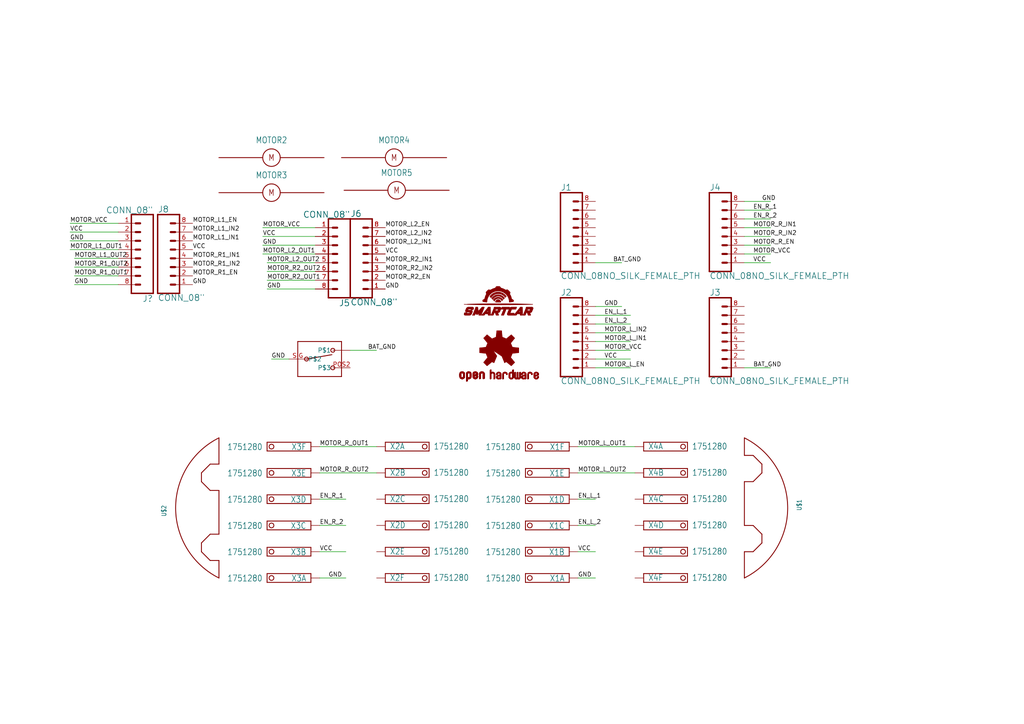
<source format=kicad_sch>
(kicad_sch (version 20211123) (generator eeschema)
  (paper "A4")
  (lib_symbols
    (symbol "motor_board-eagle-import:1751280"
      (property "Reference" "X" (at 1.27 -0.889 0))
      (property "Value" "1751280" (at 13.97 -0.889 0))
      (symbol "1751280_1_0"
        (pin passive line (at -2.54 0 0) (length 2.54) (name "K") (number "1"))
      )
      (symbol "1751280_2_0"
        (pin passive line (at -2.54 0 0) (length 2.54) (name "K") (number "2"))
      )
      (symbol "1751280_3_0"
        (pin passive line (at -2.54 0 0) (length 2.54) (name "K") (number "3"))
      )
      (symbol "1751280_4_0"
        (pin passive line (at -2.54 0 0) (length 2.54) (name "K") (number "4"))
      )
      (symbol "1751280_5_0"
        (pin passive line (at -2.54 0 0) (length 2.54) (name "K") (number "5"))
      )
      (symbol "1751280_6_0"
        (pin passive line (at -2.54 0 0) (length 2.54) (name "K") (number "6"))
      )
    )
    (symbol "motor_board-eagle-import:BUMPER_020522_SCREWS")
    (symbol "motor_board-eagle-import:CONN_08NO_SILK_FEMALE_PTH"
      (property "Reference" "J" (at -5.08 13.208 0))
      (property "Value" "CONN_08NO_SILK_FEMALE_PTH" (at -5.08 -12.446 0))
      (symbol "CONN_08NO_SILK_FEMALE_PTH_1_0"
        (pin passive line (at 5.08 -7.62 180) (length 5.08) (name "1") (number "1"))
        (pin passive line (at 5.08 -5.08 180) (length 5.08) (name "2") (number "2"))
        (pin passive line (at 5.08 -2.54 180) (length 5.08) (name "3") (number "3"))
        (pin passive line (at 5.08 0 180) (length 5.08) (name "4") (number "4"))
        (pin passive line (at 5.08 2.54 180) (length 5.08) (name "5") (number "5"))
        (pin passive line (at 5.08 5.08 180) (length 5.08) (name "6") (number "6"))
        (pin passive line (at 5.08 7.62 180) (length 5.08) (name "7") (number "7"))
        (pin passive line (at 5.08 10.16 180) (length 5.08) (name "8") (number "8"))
      )
    )
    (symbol "motor_board-eagle-import:CONN_08{dblquote}"
      (property "Reference" "J" (at -5.08 13.208 0))
      (property "Value" "CONN_08{dblquote}" (at -5.08 -12.446 0))
      (symbol "CONN_08{dblquote}_1_0"
        (pin passive line (at 5.08 -7.62 180) (length 5.08) (name "1") (number "1"))
        (pin passive line (at 5.08 -5.08 180) (length 5.08) (name "2") (number "2"))
        (pin passive line (at 5.08 -2.54 180) (length 5.08) (name "3") (number "3"))
        (pin passive line (at 5.08 0 180) (length 5.08) (name "4") (number "4"))
        (pin passive line (at 5.08 2.54 180) (length 5.08) (name "5") (number "5"))
        (pin passive line (at 5.08 5.08 180) (length 5.08) (name "6") (number "6"))
        (pin passive line (at 5.08 7.62 180) (length 5.08) (name "7") (number "7"))
        (pin passive line (at 5.08 10.16 180) (length 5.08) (name "8") (number "8"))
      )
    )
    (symbol "motor_board-eagle-import:OSHW-LOGOL")
    (symbol "motor_board-eagle-import:SMARTCAR_LOGOMEDIUM")
    (symbol "motor_board-eagle-import:SMARTCAR_MOTOR"
      (property "Reference" "MOTOR" (at 0 5.08 0))
      (symbol "SMARTCAR_MOTOR_1_0"
        (text "M" (at 0 0 0) (effects (font (size 1.778 1.5113))))
      )
    )
    (symbol "motor_board-eagle-import:SPDT-HIGH-AMP-SWITCHPTH"
      (symbol "SPDT-HIGH-AMP-SWITCHPTH_1_0"
        (pin bidirectional line (at 7.62 2.54 180) (length 5.08) (name "P$1") (number "POS1"))
        (pin bidirectional line (at 7.62 -2.54 180) (length 5.08) (name "P$3") (number "POS2"))
        (pin bidirectional line (at -10.16 0 0) (length 5.08) (name "P$2") (number "SIG"))
      )
    )
  )
  (wire (pts (xy 34.29 80.01) (xy 21.59 80.01)))
  (wire (pts (xy 215.9 73.66) (xy 223.52 73.66)))
  (wire (pts (xy 167.64 137.16) (xy 184.15 137.16)))
  (wire (pts (xy 215.9 66.04) (xy 223.52 66.04)))
  (wire (pts (xy 91.44 76.2) (xy 77.47 76.2)))
  (wire (pts (xy 215.9 63.5) (xy 223.52 63.5)))
  (wire (pts (xy 215.9 60.96) (xy 223.52 60.96)))
  (wire (pts (xy 172.72 88.9) (xy 180.34 88.9)))
  (wire (pts (xy 91.44 71.12) (xy 76.2 71.12)))
  (wire (pts (xy 215.9 106.68) (xy 223.52 106.68)))
  (wire (pts (xy 91.44 68.58) (xy 76.2 68.58)))
  (wire (pts (xy 91.44 73.66) (xy 76.2 73.66)))
  (wire (pts (xy 172.72 99.06) (xy 182.88 99.06)))
  (wire (pts (xy 34.29 74.93) (xy 21.59 74.93)))
  (wire (pts (xy 215.9 71.12) (xy 223.52 71.12)))
  (wire (pts (xy 92.71 144.78) (xy 100.33 144.78)))
  (wire (pts (xy 92.71 137.16) (xy 109.22 137.16)))
  (wire (pts (xy 172.72 76.2) (xy 180.34 76.2)))
  (wire (pts (xy 91.44 83.82) (xy 77.47 83.82)))
  (wire (pts (xy 92.71 152.4) (xy 100.33 152.4)))
  (wire (pts (xy 34.29 77.47) (xy 21.59 77.47)))
  (wire (pts (xy 34.29 69.85) (xy 20.32 69.85)))
  (wire (pts (xy 34.29 82.55) (xy 21.59 82.55)))
  (wire (pts (xy 101.6 101.6) (xy 109.22 101.6)))
  (wire (pts (xy 172.72 93.98) (xy 182.88 93.98)))
  (wire (pts (xy 172.72 96.52) (xy 182.88 96.52)))
  (wire (pts (xy 167.64 167.64) (xy 172.72 167.64)))
  (wire (pts (xy 215.9 58.42) (xy 223.52 58.42)))
  (wire (pts (xy 172.72 106.68) (xy 182.88 106.68)))
  (wire (pts (xy 172.72 91.44) (xy 182.88 91.44)))
  (wire (pts (xy 34.29 67.31) (xy 20.32 67.31)))
  (wire (pts (xy 172.72 101.6) (xy 182.88 101.6)))
  (wire (pts (xy 167.64 129.54) (xy 184.15 129.54)))
  (wire (pts (xy 167.64 144.78) (xy 172.72 144.78)))
  (wire (pts (xy 92.71 160.02) (xy 100.33 160.02)))
  (wire (pts (xy 91.44 81.28) (xy 77.47 81.28)))
  (wire (pts (xy 167.64 152.4) (xy 172.72 152.4)))
  (wire (pts (xy 215.9 76.2) (xy 223.52 76.2)))
  (wire (pts (xy 215.9 68.58) (xy 223.52 68.58)))
  (wire (pts (xy 92.71 167.64) (xy 100.33 167.64)))
  (wire (pts (xy 91.44 78.74) (xy 77.47 78.74)))
  (wire (pts (xy 172.72 104.14) (xy 182.88 104.14)))
  (wire (pts (xy 91.44 66.04) (xy 76.2 66.04)))
  (wire (pts (xy 83.82 104.14) (xy 78.74 104.14)))
  (wire (pts (xy 92.71 129.54) (xy 109.22 129.54)))
  (wire (pts (xy 34.29 72.39) (xy 20.32 72.39)))
  (wire (pts (xy 167.64 160.02) (xy 172.72 160.02)))
  (wire (pts (xy 34.29 64.77) (xy 20.32 64.77)))
  (label "VCC" (at 167.64 160.02 0) (effects (font (size 1.2446 1.2446))))
  (label "MOTOR_R_EN" (at 218.44 71.12 0) (effects (font (size 1.2446 1.2446))))
  (label "VCC" (at 218.44 76.2 0) (effects (font (size 1.2446 1.2446))))
  (label "GND" (at 21.59 82.55 0) (effects (font (size 1.2446 1.2446))))
  (label "MOTOR_L_OUT1" (at 167.64 129.54 0) (effects (font (size 1.2446 1.2446))))
  (label "MOTOR_R2_IN1" (at 111.76 76.2 0) (effects (font (size 1.2446 1.2446))))
  (label "MOTOR_VCC" (at 76.2 66.04 0) (effects (font (size 1.2446 1.2446))))
  (label "GND" (at 78.74 104.14 0) (effects (font (size 1.2446 1.2446))))
  (label "MOTOR_L_IN1" (at 175.26 99.06 0) (effects (font (size 1.2446 1.2446))))
  (label "MOTOR_R2_OUT2" (at 77.47 78.74 0) (effects (font (size 1.2446 1.2446))))
  (label "MOTOR_R2_IN2" (at 111.76 78.74 0) (effects (font (size 1.2446 1.2446))))
  (label "MOTOR_R1_EN" (at 55.88 80.01 0) (effects (font (size 1.2446 1.2446))))
  (label "GND" (at 20.32 69.85 0) (effects (font (size 1.2446 1.2446))))
  (label "MOTOR_L_IN2" (at 175.26 96.52 0) (effects (font (size 1.2446 1.2446))))
  (label "GND" (at 77.47 83.82 0) (effects (font (size 1.2446 1.2446))))
  (label "GND" (at 76.2 71.12 0) (effects (font (size 1.2446 1.2446))))
  (label "MOTOR_L2_IN2" (at 111.76 68.58 0) (effects (font (size 1.2446 1.2446))))
  (label "MOTOR_VCC" (at 175.26 101.6 0) (effects (font (size 1.2446 1.2446))))
  (label "GND" (at 220.98 58.42 0) (effects (font (size 1.2446 1.2446))))
  (label "MOTOR_L1_OUT2" (at 21.59 74.93 0) (effects (font (size 1.2446 1.2446))))
  (label "EN_L_2" (at 167.64 152.4 0) (effects (font (size 1.2446 1.2446))))
  (label "BAT_GND" (at 218.44 106.68 0) (effects (font (size 1.2446 1.2446))))
  (label "MOTOR_R1_OUT1" (at 21.59 80.01 0) (effects (font (size 1.2446 1.2446))))
  (label "MOTOR_R2_EN" (at 111.76 81.28 0) (effects (font (size 1.2446 1.2446))))
  (label "MOTOR_L1_EN" (at 55.88 64.77 0) (effects (font (size 1.2446 1.2446))))
  (label "EN_R_2" (at 92.71 152.4 0) (effects (font (size 1.2446 1.2446))))
  (label "MOTOR_R_IN2" (at 218.44 68.58 0) (effects (font (size 1.2446 1.2446))))
  (label "EN_R_1" (at 218.44 60.96 0) (effects (font (size 1.2446 1.2446))))
  (label "BAT_GND" (at 106.68 101.6 0) (effects (font (size 1.2446 1.2446))))
  (label "VCC" (at 92.71 160.02 0) (effects (font (size 1.2446 1.2446))))
  (label "MOTOR_L1_IN2" (at 55.88 67.31 0) (effects (font (size 1.2446 1.2446))))
  (label "MOTOR_R_IN1" (at 218.44 66.04 0) (effects (font (size 1.2446 1.2446))))
  (label "GND" (at 175.26 88.9 0) (effects (font (size 1.2446 1.2446))))
  (label "MOTOR_VCC" (at 20.32 64.77 0) (effects (font (size 1.2446 1.2446))))
  (label "VCC" (at 111.76 73.66 0) (effects (font (size 1.2446 1.2446))))
  (label "MOTOR_L_EN" (at 175.26 106.68 0) (effects (font (size 1.2446 1.2446))))
  (label "VCC" (at 20.32 67.31 0) (effects (font (size 1.2446 1.2446))))
  (label "MOTOR_R1_OUT2" (at 21.59 77.47 0) (effects (font (size 1.2446 1.2446))))
  (label "MOTOR_L2_IN1" (at 111.76 71.12 0) (effects (font (size 1.2446 1.2446))))
  (label "EN_L_2" (at 175.26 93.98 0) (effects (font (size 1.2446 1.2446))))
  (label "MOTOR_R_OUT2" (at 92.71 137.16 0) (effects (font (size 1.2446 1.2446))))
  (label "MOTOR_L2_OUT1" (at 76.2 73.66 0) (effects (font (size 1.2446 1.2446))))
  (label "VCC" (at 55.88 72.39 0) (effects (font (size 1.2446 1.2446))))
  (label "MOTOR_L1_IN1" (at 55.88 69.85 0) (effects (font (size 1.2446 1.2446))))
  (label "VCC" (at 76.2 68.58 0) (effects (font (size 1.2446 1.2446))))
  (label "MOTOR_VCC" (at 218.44 73.66 0) (effects (font (size 1.2446 1.2446))))
  (label "MOTOR_R1_IN2" (at 55.88 77.47 0) (effects (font (size 1.2446 1.2446))))
  (label "EN_R_2" (at 218.44 63.5 0) (effects (font (size 1.2446 1.2446))))
  (label "MOTOR_L2_EN" (at 111.76 66.04 0) (effects (font (size 1.2446 1.2446))))
  (label "BAT_GND" (at 177.8 76.2 0) (effects (font (size 1.2446 1.2446))))
  (label "EN_L_1" (at 175.26 91.44 0) (effects (font (size 1.2446 1.2446))))
  (label "VCC" (at 175.26 104.14 0) (effects (font (size 1.2446 1.2446))))
  (label "EN_R_1" (at 92.71 144.78 0) (effects (font (size 1.2446 1.2446))))
  (label "MOTOR_R2_OUT1" (at 77.47 81.28 0) (effects (font (size 1.2446 1.2446))))
  (label "GND" (at 95.25 167.64 0) (effects (font (size 1.2446 1.2446))))
  (label "MOTOR_L1_OUT1" (at 20.32 72.39 0) (effects (font (size 1.2446 1.2446))))
  (label "EN_L_1" (at 167.64 144.78 0) (effects (font (size 1.2446 1.2446))))
  (label "MOTOR_L2_OUT2" (at 77.47 76.2 0) (effects (font (size 1.2446 1.2446))))
  (label "MOTOR_L_OUT2" (at 167.64 137.16 0) (effects (font (size 1.2446 1.2446))))
  (label "MOTOR_R_OUT1" (at 92.71 129.54 0) (effects (font (size 1.2446 1.2446))))
  (label "GND" (at 167.64 167.64 0) (effects (font (size 1.2446 1.2446))))
  (label "GND" (at 55.88 82.55 0) (effects (font (size 1.2446 1.2446))))
  (label "GND" (at 111.76 83.82 0) (effects (font (size 1.2446 1.2446))))
  (label "MOTOR_R1_IN1" (at 55.88 74.93 0) (effects (font (size 1.2446 1.2446))))
  (symbol (lib_id "motor_board-eagle-import:1751280") (at 165.1 137.16 180) (unit 5)
    (property "Reference" "X1" (at 163.83 136.271 0) (effects (font (size 1.778 1.5113)) (justify left bottom)))
    (property "Value" "1751280" (at 151.13 136.271 0) (effects (font (size 1.778 1.5113)) (justify left bottom)))
    (property "Footprint" "motor_board:1751280" (effects hide))
  )
  (symbol (lib_id "motor_board-eagle-import:CONN_08NO_SILK_FEMALE_PTH") (at 210.82 99.06 0) (unit 1)
    (property "Reference" "J3" (at 205.74 85.852 0) (effects (font (size 1.778 1.778)) (justify left bottom)))
    (property "Value" "CONN_08NO_SILK_FEMALE_PTH" (at 205.74 111.506 0) (effects (font (size 1.778 1.778)) (justify left bottom)))
    (property "Footprint" "motor_board:1X08_NO_SILK" (effects hide))
  )
  (symbol (lib_id "motor_board-eagle-import:SMARTCAR_LOGOMEDIUM") (at 134.62 91.44 0) (unit 1)
    (property "Reference" "SMRTCR1" (effects hide))
    (property "Value" "SMARTCAR_LOGOMEDIUM" (effects hide))
    (property "Footprint" "motor_board:SMARTCAR_LOGO_MEDIUM" (effects hide))
  )
  (symbol (lib_id "motor_board-eagle-import:1751280") (at 186.69 160.02 0) (unit 5)
    (property "Reference" "X4" (at 187.96 160.909 0) (effects (font (size 1.778 1.5113)) (justify left bottom)))
    (property "Value" "1751280" (at 200.66 160.909 0) (effects (font (size 1.778 1.5113)) (justify left bottom)))
    (property "Footprint" "motor_board:1751280" (effects hide))
  )
  (symbol (lib_id "motor_board-eagle-import:SMARTCAR_MOTOR") (at 114.3 45.72 0) (unit 1)
    (property "Reference" "MOTOR4" (at 114.3 40.64 0) (effects (font (size 1.778 1.5113))))
    (property "Value" "SMARTCAR_MOTOR" (effects hide))
    (property "Footprint" "motor_board:SMARTCAR_MOTOR_MOUNT_HOLES" (effects hide))
  )
  (symbol (lib_id "motor_board-eagle-import:CONN_08NO_SILK_FEMALE_PTH") (at 167.64 68.58 0) (unit 1)
    (property "Reference" "J1" (at 162.56 55.372 0) (effects (font (size 1.778 1.778)) (justify left bottom)))
    (property "Value" "CONN_08NO_SILK_FEMALE_PTH" (at 162.56 81.026 0) (effects (font (size 1.778 1.778)) (justify left bottom)))
    (property "Footprint" "motor_board:1X08_NO_SILK" (effects hide))
  )
  (symbol (lib_id "motor_board-eagle-import:BUMPER_020522_SCREWS") (at 58.42 147.32 90) (unit 1)
    (property "Reference" "U$2" (at 48.26 149.86 0) (effects (font (size 1.27 1.0795)) (justify left bottom)))
    (property "Value" "BUMPER_020522_SCREWS" (effects hide))
    (property "Footprint" "motor_board:BUMPER_2_SCREWS_NARROW" (effects hide))
  )
  (symbol (lib_id "motor_board-eagle-import:1751280") (at 165.1 129.54 180) (unit 6)
    (property "Reference" "X1" (at 163.83 128.651 0) (effects (font (size 1.778 1.5113)) (justify left bottom)))
    (property "Value" "1751280" (at 151.13 128.651 0) (effects (font (size 1.778 1.5113)) (justify left bottom)))
    (property "Footprint" "motor_board:1751280" (effects hide))
  )
  (symbol (lib_id "motor_board-eagle-import:SMARTCAR_MOTOR") (at 78.74 55.88 0) (unit 1)
    (property "Reference" "MOTOR3" (at 78.74 50.8 0) (effects (font (size 1.778 1.5113))))
    (property "Value" "SMARTCAR_MOTOR" (effects hide))
    (property "Footprint" "motor_board:SMARTCAR_MOTOR_MOUNT_HOLES" (effects hide))
  )
  (symbol (lib_id "motor_board-eagle-import:CONN_08NO_SILK_FEMALE_PTH") (at 167.64 99.06 0) (unit 1)
    (property "Reference" "J2" (at 162.56 85.852 0) (effects (font (size 1.778 1.778)) (justify left bottom)))
    (property "Value" "CONN_08NO_SILK_FEMALE_PTH" (at 162.56 111.506 0) (effects (font (size 1.778 1.778)) (justify left bottom)))
    (property "Footprint" "motor_board:1X08_NO_SILK" (effects hide))
  )
  (symbol (lib_id "motor_board-eagle-import:1751280") (at 186.69 152.4 0) (unit 4)
    (property "Reference" "X4" (at 187.96 153.289 0) (effects (font (size 1.778 1.5113)) (justify left bottom)))
    (property "Value" "1751280" (at 200.66 153.289 0) (effects (font (size 1.778 1.5113)) (justify left bottom)))
    (property "Footprint" "motor_board:1751280" (effects hide))
  )
  (symbol (lib_id "motor_board-eagle-import:1751280") (at 111.76 160.02 0) (unit 5)
    (property "Reference" "X2" (at 113.03 160.909 0) (effects (font (size 1.778 1.5113)) (justify left bottom)))
    (property "Value" "1751280" (at 125.73 160.909 0) (effects (font (size 1.778 1.5113)) (justify left bottom)))
    (property "Footprint" "motor_board:1751280" (effects hide))
  )
  (symbol (lib_id "motor_board-eagle-import:1751280") (at 90.17 129.54 180) (unit 6)
    (property "Reference" "X3" (at 88.9 128.651 0) (effects (font (size 1.778 1.5113)) (justify left bottom)))
    (property "Value" "1751280" (at 76.2 128.651 0) (effects (font (size 1.778 1.5113)) (justify left bottom)))
    (property "Footprint" "motor_board:1751280" (effects hide))
  )
  (symbol (lib_id "motor_board-eagle-import:1751280") (at 111.76 144.78 0) (unit 3)
    (property "Reference" "X2" (at 113.03 145.669 0) (effects (font (size 1.778 1.5113)) (justify left bottom)))
    (property "Value" "1751280" (at 125.73 145.669 0) (effects (font (size 1.778 1.5113)) (justify left bottom)))
    (property "Footprint" "motor_board:1751280" (effects hide))
  )
  (symbol (lib_id "motor_board-eagle-import:1751280") (at 186.69 144.78 0) (unit 3)
    (property "Reference" "X4" (at 187.96 145.669 0) (effects (font (size 1.778 1.5113)) (justify left bottom)))
    (property "Value" "1751280" (at 200.66 145.669 0) (effects (font (size 1.778 1.5113)) (justify left bottom)))
    (property "Footprint" "motor_board:1751280" (effects hide))
  )
  (symbol (lib_id "motor_board-eagle-import:SMARTCAR_MOTOR") (at 115.0377 55.1904 0) (unit 1)
    (property "Reference" "MOTOR5" (at 115.0377 50.1104 0) (effects (font (size 1.778 1.5113))))
    (property "Value" "SMARTCAR_MOTOR" (effects hide))
    (property "Footprint" "motor_board:SMARTCAR_MOTOR_MOUNT_HOLES" (effects hide))
  )
  (symbol (lib_id "motor_board-eagle-import:CONN_08{dblquote}") (at 106.68 76.2 0) (unit 1)
    (property "Reference" "J6" (at 101.6 62.992 0) (effects (font (size 1.778 1.778)) (justify left bottom)))
    (property "Value" "CONN_08{dblquote}" (at 101.6 88.646 0) (effects (font (size 1.778 1.778)) (justify left bottom)))
    (property "Footprint" "motor_board:1X08" (effects hide))
  )
  (symbol (lib_id "motor_board-eagle-import:BUMPER_020522_SCREWS") (at 220.98 147.32 270) (unit 1)
    (property "Reference" "U$1" (at 231.14 144.78 0) (effects (font (size 1.27 1.0795)) (justify left bottom)))
    (property "Value" "BUMPER_020522_SCREWS" (effects hide))
    (property "Footprint" "motor_board:BUMPER_2_SCREWS_NARROW" (effects hide))
  )
  (symbol (lib_id "motor_board-eagle-import:1751280") (at 111.76 137.16 0) (unit 2)
    (property "Reference" "X2" (at 113.03 138.049 0) (effects (font (size 1.778 1.5113)) (justify left bottom)))
    (property "Value" "1751280" (at 125.73 138.049 0) (effects (font (size 1.778 1.5113)) (justify left bottom)))
    (property "Footprint" "motor_board:1751280" (effects hide))
  )
  (symbol (lib_id "motor_board-eagle-import:1751280") (at 165.1 160.02 180) (unit 2)
    (property "Reference" "X1" (at 163.83 159.131 0) (effects (font (size 1.778 1.5113)) (justify left bottom)))
    (property "Value" "1751280" (at 151.13 159.131 0) (effects (font (size 1.778 1.5113)) (justify left bottom)))
    (property "Footprint" "motor_board:1751280" (effects hide))
  )
  (symbol (lib_id "motor_board-eagle-import:1751280") (at 186.69 137.16 0) (unit 2)
    (property "Reference" "X4" (at 187.96 138.049 0) (effects (font (size 1.778 1.5113)) (justify left bottom)))
    (property "Value" "1751280" (at 200.66 138.049 0) (effects (font (size 1.778 1.5113)) (justify left bottom)))
    (property "Footprint" "motor_board:1751280" (effects hide))
  )
  (symbol (lib_id "motor_board-eagle-import:1751280") (at 165.1 167.64 180) (unit 1)
    (property "Reference" "X1" (at 163.83 166.751 0) (effects (font (size 1.778 1.5113)) (justify left bottom)))
    (property "Value" "1751280" (at 151.13 166.751 0) (effects (font (size 1.778 1.5113)) (justify left bottom)))
    (property "Footprint" "motor_board:1751280" (effects hide))
  )
  (symbol (lib_id "motor_board-eagle-import:SPDT-HIGH-AMP-SWITCHPTH") (at 93.98 104.14 0) (unit 1)
    (property "Reference" "SW1" (effects hide))
    (property "Value" "SPDT-HIGH-AMP-SWITCHPTH" (effects hide))
    (property "Footprint" "motor_board:SPDT-0.2-THICK-PINS" (effects hide))
  )
  (symbol (lib_id "motor_board-eagle-import:1751280") (at 90.17 137.16 180) (unit 5)
    (property "Reference" "X3" (at 88.9 136.271 0) (effects (font (size 1.778 1.5113)) (justify left bottom)))
    (property "Value" "1751280" (at 76.2 136.271 0) (effects (font (size 1.778 1.5113)) (justify left bottom)))
    (property "Footprint" "motor_board:1751280" (effects hide))
  )
  (symbol (lib_id "motor_board-eagle-import:1751280") (at 90.17 144.78 180) (unit 4)
    (property "Reference" "X3" (at 88.9 143.891 0) (effects (font (size 1.778 1.5113)) (justify left bottom)))
    (property "Value" "1751280" (at 76.2 143.891 0) (effects (font (size 1.778 1.5113)) (justify left bottom)))
    (property "Footprint" "motor_board:1751280" (effects hide))
  )
  (symbol (lib_id "motor_board-eagle-import:CONN_08NO_SILK_FEMALE_PTH") (at 210.82 68.58 0) (unit 1)
    (property "Reference" "J4" (at 205.74 55.372 0) (effects (font (size 1.778 1.778)) (justify left bottom)))
    (property "Value" "CONN_08NO_SILK_FEMALE_PTH" (at 205.74 81.026 0) (effects (font (size 1.778 1.778)) (justify left bottom)))
    (property "Footprint" "motor_board:1X08_NO_SILK" (effects hide))
  )
  (symbol (lib_id "motor_board-eagle-import:OSHW-LOGOL") (at 144.78 101.6 0) (unit 1)
    (property "Reference" "LOGO1" (effects hide))
    (property "Value" "OSHW-LOGOL" (effects hide))
    (property "Footprint" "motor_board:OSHW-LOGO-L" (effects hide))
  )
  (symbol (lib_id "motor_board-eagle-import:1751280") (at 165.1 144.78 180) (unit 4)
    (property "Reference" "X1" (at 163.83 143.891 0) (effects (font (size 1.778 1.5113)) (justify left bottom)))
    (property "Value" "1751280" (at 151.13 143.891 0) (effects (font (size 1.778 1.5113)) (justify left bottom)))
    (property "Footprint" "motor_board:1751280" (effects hide))
  )
  (symbol (lib_id "motor_board-eagle-import:1751280") (at 111.76 167.64 0) (unit 6)
    (property "Reference" "X2" (at 113.03 168.529 0) (effects (font (size 1.778 1.5113)) (justify left bottom)))
    (property "Value" "1751280" (at 125.73 168.529 0) (effects (font (size 1.778 1.5113)) (justify left bottom)))
    (property "Footprint" "motor_board:1751280" (effects hide))
  )
  (symbol (lib_id "motor_board-eagle-import:1751280") (at 90.17 160.02 180) (unit 2)
    (property "Reference" "X3" (at 88.9 159.131 0) (effects (font (size 1.778 1.5113)) (justify left bottom)))
    (property "Value" "1751280" (at 76.2 159.131 0) (effects (font (size 1.778 1.5113)) (justify left bottom)))
    (property "Footprint" "motor_board:1751280" (effects hide))
  )
  (symbol (lib_id "motor_board-eagle-import:1751280") (at 165.1 152.4 180) (unit 3)
    (property "Reference" "X1" (at 163.83 151.511 0) (effects (font (size 1.778 1.5113)) (justify left bottom)))
    (property "Value" "1751280" (at 151.13 151.511 0) (effects (font (size 1.778 1.5113)) (justify left bottom)))
    (property "Footprint" "motor_board:1751280" (effects hide))
  )
  (symbol (lib_id "motor_board-eagle-import:1751280") (at 186.69 129.54 0) (unit 1)
    (property "Reference" "X4" (at 187.96 130.429 0) (effects (font (size 1.778 1.5113)) (justify left bottom)))
    (property "Value" "1751280" (at 200.66 130.429 0) (effects (font (size 1.778 1.5113)) (justify left bottom)))
    (property "Footprint" "motor_board:1751280" (effects hide))
  )
  (symbol (lib_id "motor_board-eagle-import:CONN_08{dblquote}") (at 96.52 73.66 180) (unit 1)
    (property "Reference" "J5" (at 101.6 86.868 0) (effects (font (size 1.778 1.778)) (justify left bottom)))
    (property "Value" "CONN_08{dblquote}" (at 101.6 61.214 0) (effects (font (size 1.778 1.778)) (justify left bottom)))
    (property "Footprint" "motor_board:1X08" (effects hide))
  )
  (symbol (lib_id "motor_board-eagle-import:SMARTCAR_MOTOR") (at 78.74 45.72 0) (unit 1)
    (property "Reference" "MOTOR2" (at 78.74 40.64 0) (effects (font (size 1.778 1.5113))))
    (property "Value" "SMARTCAR_MOTOR" (effects hide))
    (property "Footprint" "motor_board:SMARTCAR_MOTOR_MOUNT_HOLES" (effects hide))
  )
  (symbol (lib_id "motor_board-eagle-import:1751280") (at 90.17 152.4 180) (unit 3)
    (property "Reference" "X3" (at 88.9 151.511 0) (effects (font (size 1.778 1.5113)) (justify left bottom)))
    (property "Value" "1751280" (at 76.2 151.511 0) (effects (font (size 1.778 1.5113)) (justify left bottom)))
    (property "Footprint" "motor_board:1751280" (effects hide))
  )
  (symbol (lib_id "motor_board-eagle-import:1751280") (at 111.76 129.54 0) (unit 1)
    (property "Reference" "X2" (at 113.03 130.429 0) (effects (font (size 1.778 1.5113)) (justify left bottom)))
    (property "Value" "1751280" (at 125.73 130.429 0) (effects (font (size 1.778 1.5113)) (justify left bottom)))
    (property "Footprint" "motor_board:1751280" (effects hide))
  )
  (symbol (lib_id "motor_board-eagle-import:CONN_08{dblquote}") (at 39.37 72.39 180) (unit 1)
    (property "Reference" "J?" (at 44.45 85.598 0) (effects (font (size 1.778 1.778)) (justify left bottom)))
    (property "Value" "CONN_08{dblquote}" (at 44.45 59.944 0) (effects (font (size 1.778 1.778)) (justify left bottom)))
    (property "Footprint" "motor_board:1X08" (effects hide))
  )
  (symbol (lib_id "motor_board-eagle-import:1751280") (at 186.69 167.64 0) (unit 6)
    (property "Reference" "X4" (at 187.96 168.529 0) (effects (font (size 1.778 1.5113)) (justify left bottom)))
    (property "Value" "1751280" (at 200.66 168.529 0) (effects (font (size 1.778 1.5113)) (justify left bottom)))
    (property "Footprint" "motor_board:1751280" (effects hide))
  )
  (symbol (lib_id "motor_board-eagle-import:1751280") (at 90.17 167.64 180) (unit 1)
    (property "Reference" "X3" (at 88.9 166.751 0) (effects (font (size 1.778 1.5113)) (justify left bottom)))
    (property "Value" "1751280" (at 76.2 166.751 0) (effects (font (size 1.778 1.5113)) (justify left bottom)))
    (property "Footprint" "motor_board:1751280" (effects hide))
  )
  (symbol (lib_id "motor_board-eagle-import:CONN_08{dblquote}") (at 50.8 74.93 0) (unit 1)
    (property "Reference" "J8" (at 45.72 61.722 0) (effects (font (size 1.778 1.778)) (justify left bottom)))
    (property "Value" "CONN_08{dblquote}" (at 45.72 87.376 0) (effects (font (size 1.778 1.778)) (justify left bottom)))
    (property "Footprint" "motor_board:1X08" (effects hide))
  )
  (symbol (lib_id "motor_board-eagle-import:1751280") (at 111.76 152.4 0) (unit 4)
    (property "Reference" "X2" (at 113.03 153.289 0) (effects (font (size 1.778 1.5113)) (justify left bottom)))
    (property "Value" "1751280" (at 125.73 153.289 0) (effects (font (size 1.778 1.5113)) (justify left bottom)))
    (property "Footprint" "motor_board:1751280" (effects hide))
  )
)
</source>
